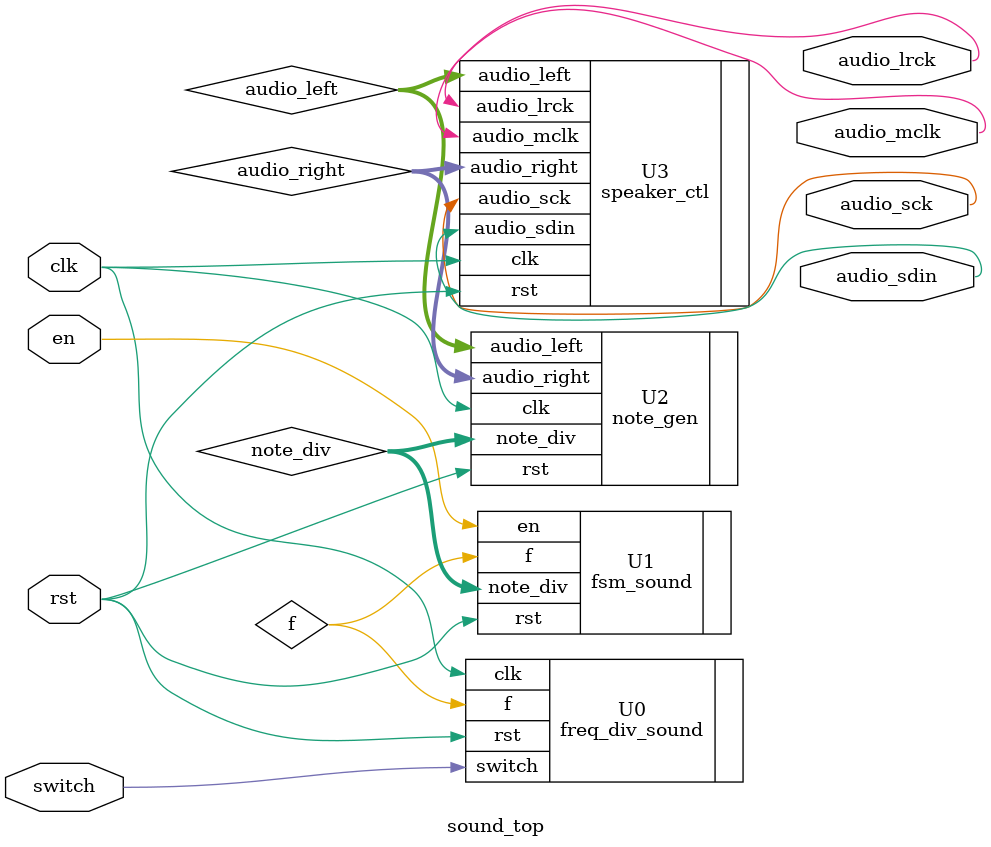
<source format=v>
`timescale 1ns / 1ps


module sound_top(
    input en,
    input clk,
    input rst,
    input switch,
    output audio_mclk, audio_lrck, audio_sck, audio_sdin
    );
    wire f;
    wire [21:0]note_div;
    wire [15:0]audio_left, audio_right;

freq_div_sound U0( .clk(clk), .rst(rst), .f(f), .switch(switch));
fsm_sound U1( .f(f), .rst(rst), .en(en), .note_div(note_div) );
note_gen U2( .clk(clk), .rst(rst),  .note_div(note_div), .audio_left(audio_left), .audio_right(audio_right) );
speaker_ctl U3( .clk(clk), .rst(rst), .audio_right(audio_right), .audio_left(audio_left), 
                .audio_mclk(audio_mclk), .audio_lrck(audio_lrck), .audio_sck(audio_sck), .audio_sdin(audio_sdin) );      
    
endmodule

</source>
